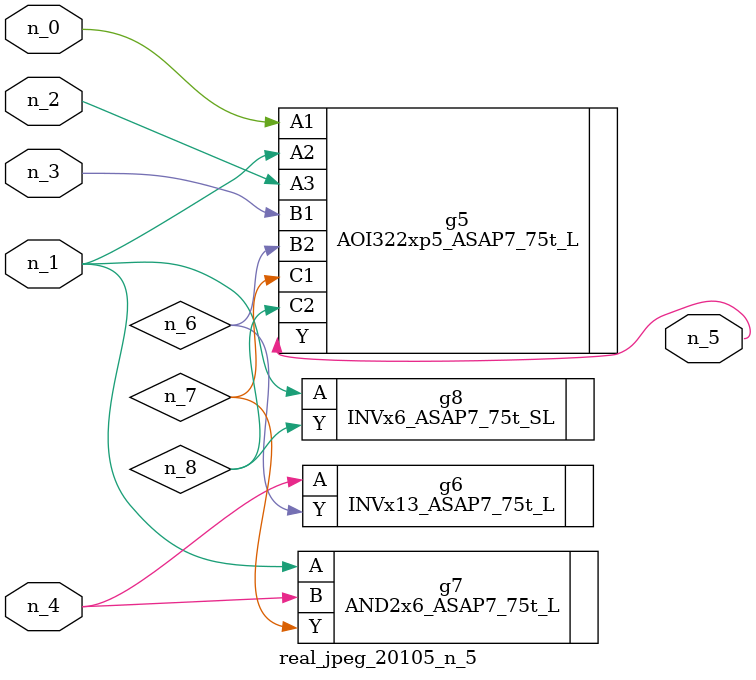
<source format=v>
module real_jpeg_20105_n_5 (n_4, n_0, n_1, n_2, n_3, n_5);

input n_4;
input n_0;
input n_1;
input n_2;
input n_3;

output n_5;

wire n_8;
wire n_6;
wire n_7;

AOI322xp5_ASAP7_75t_L g5 ( 
.A1(n_0),
.A2(n_1),
.A3(n_2),
.B1(n_3),
.B2(n_6),
.C1(n_7),
.C2(n_8),
.Y(n_5)
);

AND2x6_ASAP7_75t_L g7 ( 
.A(n_1),
.B(n_4),
.Y(n_7)
);

INVx6_ASAP7_75t_SL g8 ( 
.A(n_1),
.Y(n_8)
);

INVx13_ASAP7_75t_L g6 ( 
.A(n_4),
.Y(n_6)
);


endmodule
</source>
